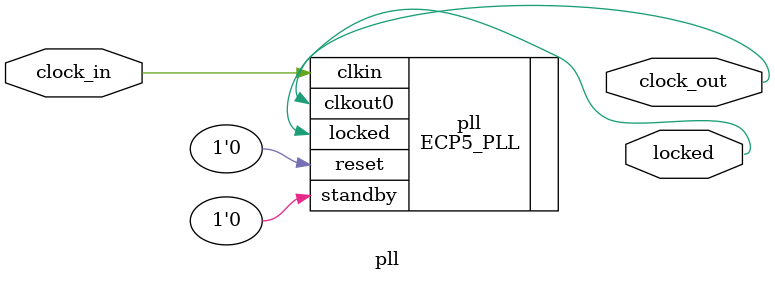
<source format=v>
/**									
 * PLL configuration							
 *									
 * This Verilog module was generated automatically			
 * using the icepll tool from the IceStorm project.			
 * Use at your own risk.						
 * 									
 * Subsequent tweaks to use a Global buffer were made			
 * by hand.								
 *									
 * Given input frequency:        12.000 MHz				
 * Requested output frequency:  100.000 MHz				
 * Achieved output frequency:   100.500 MHz				
 */									
									
module pll(								
	input  clock_in,						
	output clock_out,						
	output locked // will go high when PLL is locked - has a stable voltage						
);								
									
    ECP5_PLL
    #( .IN_MHZ(12)
     , .OUT0_MHZ(50)
     ) pll
     ( .clkin(clock_in)
     , .reset(1'b0)
     , .standby(1'b0)
     , .locked(locked)
     , .clkout0(clock_out)
     );

endmodule	
</source>
